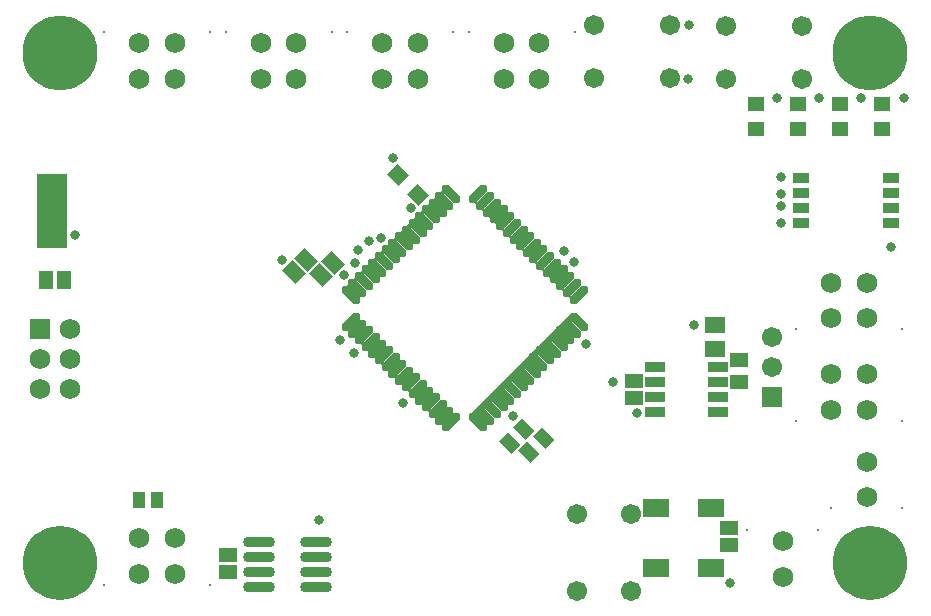
<source format=gbr>
%TF.GenerationSoftware,Altium Limited,Altium Designer,19.1.8 (144)*%
G04 Layer_Color=8388736*
%FSLAX23Y23*%
%MOIN*%
%TF.FileFunction,Soldermask,Top*%
%TF.Part,Single*%
G01*
G75*
%TA.AperFunction,NonConductor*%
%ADD44R,0.100X0.250*%
%TA.AperFunction,SMDPad,CuDef*%
%ADD49R,0.067X0.057*%
%TA.AperFunction,ComponentPad*%
%ADD50C,0.067*%
%ADD51R,0.069X0.069*%
%ADD52C,0.069*%
%ADD53C,0.068*%
%ADD54C,0.008*%
%ADD55C,0.067*%
%ADD56R,0.067X0.067*%
%ADD57R,0.046X0.046*%
%ADD58C,0.046*%
%TA.AperFunction,ViaPad*%
%ADD59C,0.250*%
%ADD60C,0.248*%
%ADD61C,0.033*%
%TA.AperFunction,SMDPad,CuDef*%
%ADD68R,0.039X0.055*%
%ADD69O,0.106X0.036*%
%ADD70R,0.061X0.051*%
G04:AMPARAMS|DCode=71|XSize=59mil|YSize=41mil|CornerRadius=0mil|HoleSize=0mil|Usage=FLASHONLY|Rotation=135.000|XOffset=0mil|YOffset=0mil|HoleType=Round|Shape=Rectangle|*
%AMROTATEDRECTD71*
4,1,4,0.036,-0.006,0.006,-0.036,-0.036,0.006,-0.006,0.036,0.036,-0.006,0.0*
%
%ADD71ROTATEDRECTD71*%

G04:AMPARAMS|DCode=72|XSize=47mil|YSize=53mil|CornerRadius=0mil|HoleSize=0mil|Usage=FLASHONLY|Rotation=225.000|XOffset=0mil|YOffset=0mil|HoleType=Round|Shape=Rectangle|*
%AMROTATEDRECTD72*
4,1,4,-0.002,0.036,0.036,-0.002,0.002,-0.036,-0.036,0.002,-0.002,0.036,0.0*
%
%ADD72ROTATEDRECTD72*%

G04:AMPARAMS|DCode=73|XSize=61mil|YSize=51mil|CornerRadius=0mil|HoleSize=0mil|Usage=FLASHONLY|Rotation=315.000|XOffset=0mil|YOffset=0mil|HoleType=Round|Shape=Rectangle|*
%AMROTATEDRECTD73*
4,1,4,-0.040,0.004,-0.004,0.040,0.040,-0.004,0.004,-0.040,-0.040,0.004,0.0*
%
%ADD73ROTATEDRECTD73*%

%TA.AperFunction,ConnectorPad*%
%ADD74R,0.051X0.061*%
%TA.AperFunction,SMDPad,CuDef*%
%ADD75R,0.063X0.049*%
%ADD76R,0.067X0.032*%
%ADD77R,0.091X0.059*%
%ADD78R,0.058X0.038*%
%ADD79R,0.055X0.051*%
G04:AMPARAMS|DCode=80|XSize=30mil|YSize=77mil|CornerRadius=0mil|HoleSize=0mil|Usage=FLASHONLY|Rotation=45.000|XOffset=0mil|YOffset=0mil|HoleType=Round|Shape=Round|*
%AMOVALD80*
21,1,0.047,0.030,0.000,0.000,135.0*
1,1,0.030,0.017,-0.017*
1,1,0.030,-0.017,0.017*
%
%ADD80OVALD80*%

G04:AMPARAMS|DCode=81|XSize=30mil|YSize=77mil|CornerRadius=0mil|HoleSize=0mil|Usage=FLASHONLY|Rotation=135.000|XOffset=0mil|YOffset=0mil|HoleType=Round|Shape=Round|*
%AMOVALD81*
21,1,0.047,0.030,0.000,0.000,225.0*
1,1,0.030,0.017,0.017*
1,1,0.030,-0.017,-0.017*
%
%ADD81OVALD81*%

G36*
X1440Y615D02*
X1430Y605D01*
X1105Y930D01*
X1115Y940D01*
X1440Y615D01*
D02*
G37*
G36*
X1865Y965D02*
X1535Y635D01*
X1520Y650D01*
X1850Y980D01*
X1865Y965D01*
D02*
G37*
G36*
X1445Y1395D02*
X1110Y1060D01*
X1100Y1070D01*
X1435Y1405D01*
X1445Y1395D01*
D02*
G37*
G36*
X1875Y1020D02*
X1870Y1015D01*
X1515Y1370D01*
X1520Y1375D01*
X1875Y1020D01*
D02*
G37*
D44*
X125Y1325D02*
D03*
D49*
X2335Y864D02*
D03*
Y946D02*
D03*
D50*
X1930Y1945D02*
D03*
X2186D02*
D03*
X1930Y1768D02*
D03*
X2186D02*
D03*
X2370Y1942D02*
D03*
X2626D02*
D03*
X2370Y1765D02*
D03*
X2626D02*
D03*
X1876Y57D02*
D03*
Y313D02*
D03*
X2054Y57D02*
D03*
Y313D02*
D03*
D51*
X85Y930D02*
D03*
D52*
Y830D02*
D03*
Y730D02*
D03*
X185Y930D02*
D03*
Y830D02*
D03*
Y730D02*
D03*
D53*
X2560Y105D02*
D03*
Y223D02*
D03*
X2840Y488D02*
D03*
Y370D02*
D03*
X534Y234D02*
D03*
Y116D02*
D03*
X416Y234D02*
D03*
Y116D02*
D03*
X1631Y1766D02*
D03*
Y1884D02*
D03*
X1749Y1766D02*
D03*
Y1884D02*
D03*
X1226Y1766D02*
D03*
Y1884D02*
D03*
X1344Y1766D02*
D03*
Y1884D02*
D03*
X2840Y1085D02*
D03*
Y967D02*
D03*
X2722Y1085D02*
D03*
Y967D02*
D03*
X2840Y780D02*
D03*
Y662D02*
D03*
X2722Y780D02*
D03*
Y662D02*
D03*
X821Y1766D02*
D03*
Y1884D02*
D03*
X939Y1766D02*
D03*
Y1884D02*
D03*
X533Y1883D02*
D03*
Y1765D02*
D03*
X415Y1883D02*
D03*
Y1765D02*
D03*
D54*
X2442Y260D02*
D03*
X2678D02*
D03*
X2958Y333D02*
D03*
X2722D02*
D03*
X652Y79D02*
D03*
X298D02*
D03*
X1513Y1921D02*
D03*
X1867D02*
D03*
X1108D02*
D03*
X1462D02*
D03*
X2958Y930D02*
D03*
X2604D02*
D03*
X2958Y625D02*
D03*
X2604D02*
D03*
X703Y1921D02*
D03*
X1057D02*
D03*
X651Y1920D02*
D03*
X297D02*
D03*
D55*
X2525Y905D02*
D03*
Y805D02*
D03*
D56*
Y705D02*
D03*
D57*
X150Y1225D02*
D03*
D58*
X100D02*
D03*
X150Y1275D02*
D03*
X100D02*
D03*
X150Y1325D02*
D03*
X100D02*
D03*
X150Y1375D02*
D03*
X100D02*
D03*
X150Y1425D02*
D03*
X100D02*
D03*
D59*
X150Y1850D02*
D03*
X2850D02*
D03*
D60*
Y150D02*
D03*
X150D02*
D03*
D61*
X1135Y1150D02*
D03*
X1098Y1112D02*
D03*
X1143Y1195D02*
D03*
X1865Y1155D02*
D03*
X1220Y1235D02*
D03*
X1180Y1225D02*
D03*
X890Y1160D02*
D03*
X1830Y1190D02*
D03*
X2075Y650D02*
D03*
X2920Y1205D02*
D03*
X2555Y1285D02*
D03*
Y1340D02*
D03*
Y1380D02*
D03*
X2556Y1439D02*
D03*
X1130Y850D02*
D03*
X1085Y895D02*
D03*
X2965Y1700D02*
D03*
X2540D02*
D03*
X2680D02*
D03*
X2820D02*
D03*
X2385Y85D02*
D03*
X1295Y685D02*
D03*
X1015Y295D02*
D03*
X1660Y640D02*
D03*
X1906Y880D02*
D03*
X2247Y1945D02*
D03*
X1320Y1335D02*
D03*
X2245Y1765D02*
D03*
X2265Y945D02*
D03*
X200Y1245D02*
D03*
X1995Y755D02*
D03*
X1260Y1500D02*
D03*
D68*
X415Y360D02*
D03*
X475D02*
D03*
D69*
X1006Y70D02*
D03*
Y120D02*
D03*
Y170D02*
D03*
Y220D02*
D03*
X813Y70D02*
D03*
Y120D02*
D03*
Y170D02*
D03*
Y220D02*
D03*
D70*
X710Y177D02*
D03*
Y120D02*
D03*
X2065Y759D02*
D03*
Y701D02*
D03*
X2380Y210D02*
D03*
Y267D02*
D03*
D71*
X1764Y569D02*
D03*
X1716Y521D02*
D03*
X1699Y599D02*
D03*
X1651Y551D02*
D03*
D72*
X1343Y1377D02*
D03*
X1277Y1443D02*
D03*
D73*
X930Y1120D02*
D03*
X970Y1160D02*
D03*
X1060Y1150D02*
D03*
X1020Y1110D02*
D03*
D74*
X164Y1095D02*
D03*
X106D02*
D03*
D75*
X2415Y827D02*
D03*
Y753D02*
D03*
D76*
X2136Y805D02*
D03*
Y755D02*
D03*
Y705D02*
D03*
Y655D02*
D03*
X2344D02*
D03*
Y705D02*
D03*
Y755D02*
D03*
Y805D02*
D03*
D77*
X2321Y135D02*
D03*
Y335D02*
D03*
X2139D02*
D03*
Y135D02*
D03*
D78*
X2920Y1285D02*
D03*
Y1335D02*
D03*
Y1385D02*
D03*
Y1435D02*
D03*
X2620D02*
D03*
Y1385D02*
D03*
Y1335D02*
D03*
Y1285D02*
D03*
D79*
X2890Y1681D02*
D03*
Y1599D02*
D03*
X2750Y1681D02*
D03*
Y1599D02*
D03*
X2610Y1680D02*
D03*
Y1597D02*
D03*
X2470Y1680D02*
D03*
Y1597D02*
D03*
D80*
X1120Y1046D02*
D03*
X1142Y1068D02*
D03*
X1165Y1090D02*
D03*
X1187Y1113D02*
D03*
X1209Y1135D02*
D03*
X1231Y1157D02*
D03*
X1254Y1180D02*
D03*
X1276Y1202D02*
D03*
X1298Y1224D02*
D03*
X1320Y1246D02*
D03*
X1343Y1269D02*
D03*
X1365Y1291D02*
D03*
X1387Y1313D02*
D03*
X1410Y1335D02*
D03*
X1432Y1358D02*
D03*
X1454Y1380D02*
D03*
X1880Y954D02*
D03*
X1858Y932D02*
D03*
X1835Y910D02*
D03*
X1813Y887D02*
D03*
X1791Y865D02*
D03*
X1769Y843D02*
D03*
X1746Y820D02*
D03*
X1724Y798D02*
D03*
X1702Y776D02*
D03*
X1680Y754D02*
D03*
X1657Y731D02*
D03*
X1635Y709D02*
D03*
X1613Y687D02*
D03*
X1590Y665D02*
D03*
X1568Y642D02*
D03*
X1546Y620D02*
D03*
D81*
Y1380D02*
D03*
X1568Y1358D02*
D03*
X1590Y1335D02*
D03*
X1613Y1313D02*
D03*
X1635Y1291D02*
D03*
X1657Y1269D02*
D03*
X1680Y1246D02*
D03*
X1702Y1224D02*
D03*
X1724Y1202D02*
D03*
X1746Y1180D02*
D03*
X1769Y1157D02*
D03*
X1791Y1135D02*
D03*
X1813Y1113D02*
D03*
X1835Y1090D02*
D03*
X1858Y1068D02*
D03*
X1880Y1046D02*
D03*
X1454Y620D02*
D03*
X1432Y642D02*
D03*
X1410Y665D02*
D03*
X1387Y687D02*
D03*
X1365Y709D02*
D03*
X1343Y731D02*
D03*
X1320Y754D02*
D03*
X1298Y776D02*
D03*
X1276Y798D02*
D03*
X1254Y820D02*
D03*
X1231Y843D02*
D03*
X1209Y865D02*
D03*
X1187Y887D02*
D03*
X1165Y910D02*
D03*
X1142Y932D02*
D03*
X1120Y954D02*
D03*
%TF.MD5,3708d531a9988ba7f728ed5fdebd752b*%
M02*

</source>
